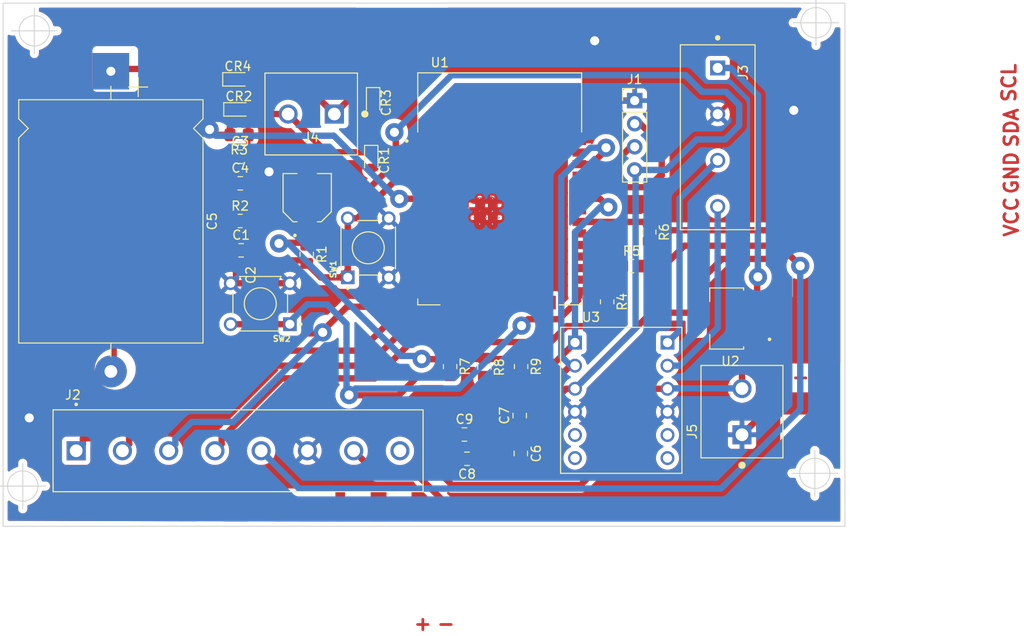
<source format=kicad_pcb>
(kicad_pcb (version 20211014) (generator pcbnew)
  (layers (0 "F.Cu" signal) (31 "B.Cu" signal) (34 "B.Paste" user) (35 "F.Paste" user) (36 "B.SilkS" user "B.Silkscreen") (37 "F.SilkS" user "F.Silkscreen") (38 "B.Mask" user) (39 "F.Mask" user) (44 "Edge.Cuts" user))
  (net 0 "")
  (net 1 "GND")
  (net 2 "Net-(C1-Pad2)")
  (net 3 "Net-(C5-Pad1)")
  (net 4 "Net-(C5-Pad2)")
  (net 5 "Net-(CR1-Pad1)")
  (net 6 "Net-(CR3-Pad1)")
  (net 7 "Net-(J1-Pad2)")
  (net 8 "Net-(J1-Pad3)")
  (net 9 "Net-(J2-Pad1)")
  (net 10 "Net-(J2-Pad2)")
  (net 11 "Net-(J2-Pad3)")
  (net 12 "Net-(J2-Pad4)")
  (net 13 "Net-(J2-Pad5)")
  (net 14 "Net-(J2-Pad7)")
  (net 16 "Net-(J3-Pad3)")
  (net 17 "Net-(J3-Pad4)")
  (net 18 "Net-(R8-Pad2)")
  (net 40 "+3V3")
  (net 41 "Net-(R7-Pad2)")
  (net 42 "Net-(R4-Pad1)")
  (net 43 "Net-(R5-Pad1)")
  (net 44 "Net-(R6-Pad1)")
  (net 45 "Net-(C2-Pad1)")
  (net 46 "Net-(C8-Pad2)")
  (net 47 "Net-(R9-Pad2)")
  (footprint "Diode_SMD:D_0603_1608Metric_Pad1.05x0.95mm_HandSolder" (layer "F.Cu") (at 160.8328 44.7294 -90)
    (fp_text reference "CR1")
    (fp_text value "1N4148W-TP")
  )
  (footprint "282837-4:TE_282837-4" (layer "F.Cu") (at 198.882 34.5605 -90)
    (fp_text reference "J3")
    (fp_text value "282837-4")
  )
  (footprint "Resistor_SMD:R_0805_2012Metric_Pad1.20x1.40mm_HandSolder" (layer "F.Cu") (at 173.2534 67.4624 -90)
    (fp_text reference "R8")
    (fp_text value "10k")
  )
  (footprint "libraries:SOT229P700X180-4N" (layer "F.Cu") (at 199.8726 62.103 180)
    (fp_text reference "U2")
    (fp_text value "AMS1117")
  )
  (footprint "Resistor_SMD:R_0805_2012Metric_Pad1.20x1.40mm_HandSolder" (layer "F.Cu") (at 191.3636 52.6034 -90)
    (fp_text reference "R6")
    (fp_text value "82")
  )
  (footprint "Capacitor_SMD:C_0805_2012Metric_Pad1.18x1.45mm_HandSolder" (layer "F.Cu") (at 171.069 74.8538)
    (fp_text reference "C9")
    (fp_text value "4.7u")
  )
  (footprint "libraries:CAP_EEE0JA101WR" (layer "F.Cu") (at 153.797 48.8188 90)
    (fp_text reference "C2")
    (fp_text value "220u")
  )
  (footprint "Capacitor_THT:CP_Axial_L26.5mm_D20.0mm_P33.00mm_Horizontal" (layer "F.Cu") (at 132.2324 34.925 -90)
    (fp_text reference "C5")
    (fp_text value "1000µ")
  )
  (footprint "libraries:TE_282841-2" (layer "F.Cu") (at 154.2385 39.624 180)
    (fp_text reference "J4")
    (fp_text value "282841-2")
  )
  (footprint "Diode_SMD:D_0603_1608Metric_Pad1.05x0.95mm_HandSolder" (layer "F.Cu") (at 146.177 35.814)
    (fp_text reference "CR4")
    (fp_text value "1N4148W-TP")
  )
  (footprint "BOB-12009:CONV_BOB-12009" (layer "F.Cu") (at 188.2902 71.0946)
    (fp_text reference "U3")
    (fp_text value "BOB-12009")
  )
  (footprint "Capacitor_SMD:C_0805_2012Metric_Pad1.18x1.45mm_HandSolder" (layer "F.Cu") (at 146.447 44.323)
    (fp_text reference "C3")
    (fp_text value "22u")
  )
  (footprint "libraries:TE_282841-2" (layer "F.Cu") (at 201.549 72.3392 90)
    (fp_text reference "J5")
    (fp_text value "282841-2")
  )
  (footprint "Capacitor_SMD:C_0805_2012Metric_Pad1.18x1.45mm_HandSolder" (layer "F.Cu") (at 146.5365 54.61)
    (fp_text reference "C1")
    (fp_text value "1u")
  )
  (footprint "Capacitor_SMD:C_0805_2012Metric_Pad1.18x1.45mm_HandSolder" (layer "F.Cu") (at 177.1396 72.771 90)
    (fp_text reference "C7")
    (fp_text value "4.7u")
  )
  (footprint "Capacitor_SMD:C_0805_2012Metric_Pad1.18x1.45mm_HandSolder" (layer "F.Cu") (at 171.3484 77.5208 180)
    (fp_text reference "C8")
    (fp_text value "0.1u")
  )
  (footprint "Resistor_SMD:R_0805_2012Metric_Pad1.20x1.40mm_HandSolder" (layer "F.Cu") (at 153.7462 55.0418 -90)
    (fp_text reference "R1")
    (fp_text value "10k")
  )
  (footprint "Resistor_SMD:R_0805_2012Metric_Pad1.20x1.40mm_HandSolder" (layer "F.Cu") (at 169.4942 67.3862 -90)
    (fp_text reference "R7")
    (fp_text value "10k")
  )
  (footprint "Capacitor_SMD:C_0805_2012Metric_Pad1.18x1.45mm_HandSolder" (layer "F.Cu") (at 146.447 47.244)
    (fp_text reference "C4")
    (fp_text value "0.1u")
  )
  (footprint "Resistor_SMD:R_0805_2012Metric_Pad1.20x1.40mm_HandSolder" (layer "F.Cu") (at 189.4426 56.3372)
    (fp_text reference "R5")
    (fp_text value "82")
  )
  (footprint "Resistor_SMD:R_0805_2012Metric_Pad1.20x1.40mm_HandSolder" (layer "F.Cu") (at 146.32 41.91 180)
    (fp_text reference "R3")
    (fp_text value "120")
  )
  (footprint "Diode_SMD:D_0603_1608Metric_Pad1.05x0.95mm_HandSolder" (layer "F.Cu") (at 161.036 38.3794 -90)
    (fp_text reference "CR3")
    (fp_text value "1N4148W-TP")
  )
  (footprint "libraries:SW_1825910-6-4" (layer "F.Cu") (at 148.6408 60.4774 180)
    (fp_text reference "SW2")
    (fp_text value "BOOT")
  )
  (footprint "libraries:XCVR_ESP32-WROOM-32E_(16MB)" (layer "F.Cu") (at 174.9375 47.85125)
    (fp_text reference "U1")
    (fp_text value "ESP32-WROOM-32E_(16MB)")
  )
  (footprint "Resistor_SMD:R_0805_2012Metric_Pad1.20x1.40mm_HandSolder" (layer "F.Cu") (at 186.7408 60.2648 -90)
    (fp_text reference "R4")
    (fp_text value "82")
  )
  (footprint "Resistor_SMD:R_0805_2012Metric_Pad1.20x1.40mm_HandSolder" (layer "F.Cu") (at 146.431 51.3842)
    (fp_text reference "R2")
    (fp_text value "560")
  )
  (footprint "Diode_SMD:D_0603_1608Metric_Pad1.05x0.95mm_HandSolder" (layer "F.Cu") (at 146.29 39.116)
    (fp_text reference "CR2")
    (fp_text value "1N4148W-TP")
  )
  (footprint "Capacitor_SMD:C_0805_2012Metric_Pad1.18x1.45mm_HandSolder" (layer "F.Cu") (at 177.2608 76.9366 -90)
    (fp_text reference "C6")
    (fp_text value "0.1u")
  )
  (footprint "Resistor_SMD:R_0805_2012Metric_Pad1.20x1.40mm_HandSolder" (layer "F.Cu") (at 177.292 67.3862 -90)
    (fp_text reference "R9")
    (fp_text value "10k")
  )
  (footprint "libraries:TE_282841-8" (layer "F.Cu") (at 146.2024 76.6403)
    (fp_text reference "J2")
    (fp_text value "R pinnen RGB strips")
  )
  (footprint "Connector_PinHeader_2.54mm:PinHeader_1x04_P2.54mm_Vertical" (layer "F.Cu") (at 189.7634 38.1508)
    (fp_text reference "J1")
    (fp_text value "Conn_01x04_Female")
  )
  (footprint "libraries:SW_1825910-6-4" (layer "F.Cu") (at 160.5026 54.3306 90)
    (fp_text reference "SW1")
    (fp_text value "ENABLE")
  )
  (gr_rect (start 120.396 27.432) (end 212.852 84.9376) (layer "Edge.Cuts") (width 0.1) (fill none))
  (gr_text "VCC" (at 231.14 50.927 90) (layer "F.Cu") (effects (font (size 1.5 1.5) (thickness 0.3))))
  (gr_text "dynamo" (at 164.211 29.845) (layer "F.Cu") (effects (font (size 1.5 1.5) (thickness 0.3))))
  (gr_text "GND" (at 153.9494 82.7278) (layer "F.Cu") (effects (font (size 1.5 1.5) (thickness 0.3))))
  (gr_text "B" (at 148.7932 82.55) (layer "F.Cu") (effects (font (size 1.5 1.5) (thickness 0.3))))
  (gr_text "-\n" (at 128.6256 35.2298) (layer "F.Cu") (effects (font (size 1.5 1.5) (thickness 0.3)) (justify mirror)))
  (gr_text "GND" (at 231.14 46.101 90) (layer "F.Cu") (effects (font (size 1.5 1.5) (thickness 0.3))))
  (gr_text "Fiets" (at 209.804 46.7106 90) (layer "F.Cu") (effects (font (size 1.5 1.5) (thickness 0.3))))
  (gr_text "R" (at 159.3596 82.7278) (layer "F.Cu") (effects (font (size 1.5 1.5) (thickness 0.3))))
  (gr_text "SCL" (at 230.886 36.195 90) (layer "F.Cu") (effects (font (size 1.5 1.5) (thickness 0.3))))
  (gr_text "+" (at 127.5334 67.564) (layer "F.Cu") (effects (font (size 1.5 1.5) (thickness 0.3)) (justify mirror)))
  (gr_text "+\n\n" (at 209.0928 68.6308 90) (layer "F.Cu") (effects (font (size 1.5 1.5) (thickness 0.3))))
  (gr_text "G" (at 143.129 82.4738) (layer "F.Cu") (effects (font (size 1.5 1.5) (thickness 0.3))))
  (gr_text "SDA" (at 231.14 41.148 90) (layer "F.Cu") (effects (font (size 1.5 1.5) (thickness 0.3))))
  (gr_text "X" (at 163.8808 82.7278) (layer "F.Cu") (effects (font (size 1.5 1.5) (thickness 0.3)) (justify mirror)))
  (gr_text "-\n" (at 169.037 95.631) (layer "F.Cu") (effects (font (size 1.5 1.5) (thickness 0.3))))
  (gr_text "-\n" (at 207.6958 74.2442 90) (layer "F.Cu") (effects (font (size 1.5 1.5) (thickness 0.3))))
  (gr_text "+" (at 166.497 95.631) (layer "F.Cu") (effects (font (size 1.5 1.5) (thickness 0.3))))
  (target plus (at 209.677 29.591) (size 5) (width 0.1) (layer "Edge.Cuts"))
  (target plus (at 123.825 30.48) (size 5) (width 0.1) (layer "Edge.Cuts"))
  (target plus (at 122.555 80.518) (size 5) (width 0.1) (layer "Edge.Cuts"))
  (target plus (at 209.55 79.121) (size 5) (width 0.1) (layer "Edge.Cuts"))
  (segment (start 173.480261 48.261739) (end 172.468463 48.261739) (width 0.7) (layer "F.Cu") (net 1))
  (segment (start 171.387989 51.280287) (end 171.387989 50.742213) (width 0.7) (layer "F.Cu") (net 1))
  (segment (start 172.847 52.451) (end 172.847 50.927) (width 0.7) (layer "F.Cu") (net 1))
  (segment (start 183.2102 72.3646) (end 183.2102 72.4154) (width 0.7) (layer "F.Cu") (net 1))
  (segment (start 171.387989 50.742213) (end 171.186979 50.541203) (width 0.7) (layer "F.Cu") (net 1))
  (segment (start 174.8375 51.71125) (end 174.8375 52.000509) (width 0.7) (layer "F.Cu") (net 1))
  (segment (start 174.387009 52.451) (end 173.887991 52.451) (width 0.7) (layer "F.Cu") (net 1))
  (segment (start 171.387989 50.8) (end 171.387989 50.742213) (width 0.7) (layer "F.Cu") (net 1))
  (segment (start 172.0375 47.292702) (end 167.336048 42.59125) (width 0.7) (layer "F.Cu") (net 1))
  (segment (start 171.186979 50.541203) (end 171.186979 49.258952) (width 0.7) (layer "F.Cu") (net 1))
  (segment (start 174.787011 48.895) (end 174.787012 48.895) (width 0.7) (layer "F.Cu") (net 1))
  (segment (start 173.4375 48.692702) (end 173.4375 48.760729) (width 0.7) (layer "F.Cu") (net 1))
  (segment (start 147.431 52.678) (end 145.499 54.61) (width 0.7) (layer "F.Cu") (net 1))
  (segment (start 172.6653 77.8002) (end 172.3859 77.5208) (width 0.7) (layer "F.Cu") (net 1))
  (segment (start 174.371 50.8) (end 174.371 49.276) (width 0.7) (layer "F.Cu") (net 1))
  (segment (start 153.797 46.6688) (end 153.7208 46.745) (width 0.7) (layer "F.Cu") (net 1))
  (segment (start 203.2176 64.393) (end 203.4208 64.5962) (width 0.7) (layer "F.Cu") (net 1))
  (segment (start 169.2225 60.35125) (end 169.2225 54.52625) (width 0.7) (layer "F.Cu") (net 1))
  (segment (start 175.537011 51.300998) (end 175.126759 51.71125) (width 0.7) (layer "F.Cu") (net 1))
  (segment (start 175.487011 49.880287) (end 175.056048 50.31125) (width 0.7) (layer "F.Cu") (net 1))
  (segment (start 171.186979 49.258952) (end 171.685202 48.760729) (width 0.7) (layer "F.Cu") (net 1))
  (segment (start 203.4208 64.5962) (end 203.4208 73.0074) (width 0.7) (layer "F.Cu") (net 1))
  (segment (start 175.537011 50.721502) (end 175.537011 51.300998) (width 0.7) (layer "F.Cu") (net 1))
  (segment (start 172.974 52.324) (end 172.974 50.8) (width 0.7) (layer "F.Cu") (net 1))
  (segment (start 172.468463 48.261739) (end 172.0375 48.692702) (width 0.7) (layer "F.Cu") (net 1))
  (segment (start 172.0375 48.692702) (end 172.0375 47.292702) (width 0.7) (layer "F.Cu") (net 1))
  (segment (start 172.0375 52.2765) (end 172.0375 51.71125) (width 0.7) (layer "F.Cu") (net 1))
  (segment (start 147.32 47.0795) (end 147.4845 47.244) (width 0.7) (layer "F.Cu") (net 1))
  (segment (start 145.3908 58.2274) (end 145.975 57.6432) (width 0.7) (layer "F.Cu") (net 1))
  (segment (start 174.371 52.197) (end 174.371 50.673) (width 0.7) (layer "F.Cu") (net 1))
  (segment (start 174.8375 48.91125) (end 174.8375 48.692702) (width 0.7) (layer "F.Cu") (net 1))
  (segment (start 173.482 49.149) (end 175.006 49.149) (width 0.7) (layer "F.Cu") (net 1))
  (segment (start 145.975 55.086) (end 145.499 54.61) (width 0.7) (layer "F.Cu") (net 1))
  (segment (start 171.676817 50.453385) (end 171.387989 50.8) (width 0.7) (layer "F.Cu") (net 1))
  (segment (start 203.4208 73.0074) (end 201.549 74.8792) (width 0.7) (layer "F.Cu") (net 1))
  (segment (start 171.818952 51.71125) (end 171.387989 51.280287) (width 0.7) (layer "F.Cu") (net 1))
  (segment (start 145.975 57.6432) (end 145.975 55.086) (width 0.7) (layer "F.Cu") (net 1))
  (segment (start 172.0375 51.71125) (end 171.818952 51.71125) (width 0.7) (layer "F.Cu") (net 1))
  (segment (start 169.2225 54.52625) (end 172.0375 51.71125) (width 0.7) (layer "F.Cu") (net 1))
  (segment (start 172.085 49.149) (end 173.609 49.149) (width 0.7) (layer "F.Cu") (net 1))
  (segment (start 172.171761 52.410761) (end 172.0375 52.2765) (width 0.7) (layer "F.Cu") (net 1))
  (segment (start 147.431 51.3842) (end 147.431 52.678) (width 0.7) (layer "F.Cu") (net 1))
  (segment (start 175.341006 48.341006) (end 181.090761 42.59125) (width 0.7) (layer "F.Cu") (net 1))
  (segment (start 174.787012 48.895) (end 175.341006 48.341006) (width 0.7) (layer "F.Cu") (net 1))
  (segment (start 171.8818 77.0167) (end 172.3859 77.5208) (width 0.7) (layer "F.Cu") (net 1))
  (segment (start 174.406537 48.261739) (end 173.480261 48.261739) (width 0.7) (layer "F.Cu") (net 1))
  (segment (start 172.1065 74.8538) (end 172.1065 74.7522) (width 0.7) (layer "F.Cu") (net 1))
  (segment (start 188.12795 38.1508) (end 183.6875 42.59125) (width 0.7) (layer "F.Cu") (net 1))
  (segment (start 177.2608 77.9741) (end 177.0869 77.8002) (width 0.7) (layer "F.Cu") (net 1))
  (segment (start 172.466 52.324) (end 172.466 50.8) (width 0.7) (layer "F.Cu") (net 1))
  (segment (start 175.126759 50.31125) (end 175.537011 50.721502) (width 0.7) (layer "F.Cu") (net 1))
  (segment (start 175.126759 51.71125) (end 174.8375 51.71125) (width 0.7) (layer "F.Cu") (net 1))
  (segment (start 173.101 50.8) (end 173.101 52.324) (width 0.7) (layer "F.Cu") (net 1))
  (segment (start 172.1065 74.8538) (end 171.8818 75.0785) (width 0.7) (layer "F.Cu") (net 1))
  (segment (start 174.8375 48.692702) (end 174.406537 48.261739) (width 0.7) (layer "F.Cu") (net 1))
  (segment (start 173.243399 48.498601) (end 173.4375 48.692702) (width 0.7) (layer "F.Cu") (net 1))
  (segment (start 173.027248 52.410761) (end 172.171761 52.410761) (width 0.7) (layer "F.Cu") (net 1))
  (segment (start 145.3908 58.2274) (end 151.8908 58.2274) (width 0.7) (layer "F.Cu") (net 1))
  (segment (start 177.6515 77.9741) (end 177.2608 77.9741) (width 0.7) (layer "F.Cu") (net 1))
  (segment (start 173.99 52.197) (end 173.99 50.673) (width 0.7) (layer "F.Cu") (net 1))
  (segment (start 173.4375 52.000509) (end 173.027248 52.410761) (width 0.7) (layer "F.Cu") (net 1))
  (segment (start 189.7634 38.1508) (end 188.12795 38.1508) (width 0.7) (layer "F.Cu") (net 1))
  (segment (start 175.341006 48.341006) (end 175.487011 48.487011) (width 0.7) (layer "F.Cu") (net 1))
  (segment (start 173.480261 48.261739) (end 173.243399 48.498601) (width 0.7) (layer "F.Cu") (net 1))
  (segment (start 175.056048 50.31125) (end 174.8375 50.31125) (width 0.7) (layer "F.Cu") (net 1))
  (segment (start 173.99 50.546) (end 173.99 49.022) (width 0.7) (layer "F.Cu") (net 1))
  (segment (start 173.887991 52.451) (end 173.4375 52.000509) (width 0.7) (layer "F.Cu") (net 1))
  (segment (start 172.974 50.927) (end 172.974 49.403) (width 0.7) (layer "F.Cu") (net 1))
  (segment (start 174.8375 50.31125) (end 175.126759 50.31125) (width 0.7) (layer "F.Cu") (net 1))
  (segment (start 174.8375 52.000509) (end 174.387009 52.451) (width 0.7) (layer "F.Cu") (net 1))
  (segment (start 171.387989 50.742213) (end 171.676817 50.453385) (width 0.7) (layer "F.Cu") (net 1))
  (segment (start 173.4375 51.71125) (end 173.4375 52.000509) (width 0.7) (layer "F.Cu") (net 1))
  (segment (start 171.8818 75.0785) (end 171.8818 77.0167) (width 0.7) (layer "F.Cu") (net 1))
  (segment (start 181.090761 42.59125) (end 183.6875 42.59125) (width 0.7) (layer "F.Cu") (net 1))
  (segment (start 175.487011 48.487011) (end 175.487011 49.880287) (width 0.7) (layer "F.Cu") (net 1))
  (segment (start 167.336048 42.59125) (end 166.1875 42.59125) (width 0.7) (layer "F.Cu") (net 1))
  (segment (start 172.593 50.927) (end 172.593 49.403) (width 0.7) (layer "F.Cu") (net 1))
  (via (at 207.2386 39.2176) (size 2) (drill 1) (layers "F.Cu" "B.Cu") (net 1))
  (via (at 185.3692 31.5722) (size 2) (drill 1) (layers "F.Cu" "B.Cu") (net 1))
  (via (at 123.2662 73.025) (size 2) (drill 1) (layers "F.Cu" "B.Cu") (net 1))
  (via (at 149.606 45.974) (size 2) (drill 1) (layers "F.Cu" "B.Cu") (net 1))
  (segment (start 201.549 74.8792) (end 201.5333 74.8635) (width 0.7) (layer "B.Cu") (net 1))
  (segment (start 158.2526 56.8092) (end 158.2526 51.0806) (width 0.7) (layer "F.Cu") (net 2))
  (segment (start 159.311845 51.0806) (end 165.261195 45.13125) (width 0.7) (layer "F.Cu") (net 2))
  (segment (start 148.6756 55.7116) (end 147.574 54.61) (width 0.7) (layer "F.Cu") (net 2))
  (segment (start 158.2526 51.0806) (end 159.311845 51.0806) (width 0.7) (layer "F.Cu") (net 2))
  (segment (start 155.285 57.5806) (end 153.7462 56.0418) (width 0.7) (layer "F.Cu") (net 2))
  (segment (start 157.4812 57.5806) (end 155.285 57.5806) (width 0.7) (layer "F.Cu") (net 2))
  (segment (start 166.1875 45.13125) (end 165.058478 45.13125) (width 0.7) (layer "F.Cu") (net 2))
  (segment (start 158.2526 57.5806) (end 157.4812 57.5806) (width 0.7) (layer "F.Cu") (net 2))
  (segment (start 165.261195 45.13125) (end 166.1875 45.13125) (width 0.7) (layer "F.Cu") (net 2))
  (segment (start 157.4812 57.5806) (end 158.2526 56.8092) (width 0.7) (layer "F.Cu") (net 2))
  (segment (start 153.7462 56.0418) (end 153.416 55.7116) (width 0.7) (layer "F.Cu") (net 2))
  (segment (start 153.416 55.7116) (end 148.6756 55.7116) (width 0.7) (layer "F.Cu") (net 2))
  (segment (start 147.701 54.737) (end 147.574 54.61) (width 0.7) (layer "F.Cu") (net 2))
  (segment (start 145.302 35.814) (end 144.159 34.671) (width 0.7) (layer "F.Cu") (net 3))
  (segment (start 143.0782 41.3258) (end 143.6624 41.91) (width 0.7) (layer "F.Cu") (net 3))
  (segment (start 145.302 41.892) (end 145.32 41.91) (width 0.7) (layer "F.Cu") (net 3))
  (segment (start 163.913505 48.953107) (end 163.925362 48.94125) (width 0.7) (layer "F.Cu") (net 3))
  (segment (start 145.302 35.814) (end 145.302 41.892) (width 0.7) (layer "F.Cu") (net 3))
  (segment (start 132.4864 34.671) (end 132.2324 34.925) (width 0.7) (layer "F.Cu") (net 3))
  (segment (start 163.925362 48.94125) (end 166.1875 48.94125) (width 0.7) (layer "F.Cu") (net 3))
  (segment (start 143.6624 41.91) (end 145.32 41.91) (width 0.7) (layer "F.Cu") (net 3))
  (segment (start 144.159 34.671) (end 132.4864 34.671) (width 0.7) (layer "F.Cu") (net 3))
  (via (at 143.0782 41.3258) (size 2) (drill 1) (layers "F.Cu" "B.Cu") (net 3))
  (via (at 163.913505 48.953107) (size 2) (drill 1) (layers "F.Cu" "B.Cu") (net 3))
  (segment (start 163.659507 48.953107) (end 163.913505 48.953107) (width 0.7) (layer "B.Cu") (net 3))
  (segment (start 143.764 42.0116) (end 156.718 42.0116) (width 0.7) (layer "B.Cu") (net 3))
  (segment (start 143.0782 41.3258) (end 143.764 42.0116) (width 0.7) (layer "B.Cu") (net 3))
  (segment (start 156.718 42.0116) (end 163.659507 48.953107) (width 0.7) (layer "B.Cu") (net 3))
  (segment (start 161.4494 42.3602) (end 162.3314 43.2422) (width 0.7) (layer "F.Cu") (net 4))
  (segment (start 161.2278 45.6044) (end 160.8328 45.6044) (width 0.7) (layer "F.Cu") (net 4))
  (segment (start 162.3314 44.5008) (end 161.2278 45.6044) (width 0.7) (layer "F.Cu") (net 4))
  (segment (start 144.3388 51.3842) (end 137.295 58.428) (width 0.7) (layer "F.Cu") (net 4))
  (segment (start 161.036 39.2544) (end 161.036 41.9468) (width 0.7) (layer "F.Cu") (net 4))
  (segment (start 161.036 41.9468) (end 161.4494 42.3602) (width 0.7) (layer "F.Cu") (net 4))
  (segment (start 160.114821 31.273091) (end 158.30573 29.464) (width 0.7) (layer "F.Cu") (net 4))
  (segment (start 163.2458 34.3154) (end 160.203491 31.273091) (width 0.7) (layer "F.Cu") (net 4))
  (segment (start 145.431 51.3842) (end 144.3388 51.3842) (width 0.7) (layer "F.Cu") (net 4))
  (segment (start 163.2458 37.0446) (end 161.036 39.2544) (width 0.7) (layer "F.Cu") (net 4))
  (segment (start 131.6482 29.464) (end 126.2888 34.8234) (width 0.7) (layer "F.Cu") (net 4))
  (segment (start 163.2458 34.3154) (end 163.2458 37.0446) (width 0.7) (layer "F.Cu") (net 4))
  (segment (start 160.203491 31.273091) (end 160.114821 31.273091) (width 0.7) (layer "F.Cu") (net 4))
  (segment (start 162.3314 43.2422) (end 162.3314 44.5008) (width 0.7) (layer "F.Cu") (net 4))
  (segment (start 132.5372 67.6202) (end 132.2324 67.925) (width 0.7) (layer "F.Cu") (net 4))
  (segment (start 132.5372 63.1858) (end 132.5372 67.6202) (width 0.7) (layer "F.Cu") (net 4))
  (segment (start 126.2888 47.4218) (end 137.295 58.428) (width 0.7) (layer "F.Cu") (net 4))
  (segment (start 137.295 58.428) (end 132.5372 63.1858) (width 0.7) (layer "F.Cu") (net 4))
  (segment (start 158.30573 29.464) (end 131.6482 29.464) (width 0.7) (layer "F.Cu") (net 4))
  (segment (start 126.2888 34.8234) (end 126.2888 47.4218) (width 0.7) (layer "F.Cu") (net 4))
  (segment (start 160.8074 43.829) (end 155.9035 43.829) (width 0.7) (layer "F.Cu") (net 5))
  (segment (start 160.8328 43.8544) (end 160.8074 43.829) (width 0.7) (layer "F.Cu") (net 5))
  (segment (start 155.9035 43.829) (end 151.6985 39.624) (width 0.7) (layer "F.Cu") (net 5))
  (segment (start 147.165 39.116) (end 147.673 39.624) (width 0.7) (layer "F.Cu") (net 5))
  (segment (start 147.673 39.624) (end 151.6985 39.624) (width 0.7) (layer "F.Cu") (net 5))
  (segment (start 152.9685 35.814) (end 147.052 35.814) (width 0.7) (layer "F.Cu") (net 6))
  (segment (start 158.8981 37.5044) (end 161.036 37.5044) (width 0.7) (layer "F.Cu") (net 6))
  (segment (start 156.7785 39.624) (end 152.9685 35.814) (width 0.7) (layer "F.Cu") (net 6))
  (segment (start 156.7785 39.624) (end 158.8981 37.5044) (width 0.7) (layer "F.Cu") (net 6))
  (segment (start 191.26655 47.67125) (end 183.6875 47.67125) (width 0.7) (layer "F.Cu") (net 7))
  (segment (start 190.373 40.6908) (end 192.7352 43.053) (width 0.7) (layer "F.Cu") (net 7))
  (segment (start 192.532 46.4058) (end 191.26655 47.67125) (width 0.7) (layer "F.Cu") (net 7))
  (segment (start 189.7634 40.6908) (end 190.373 40.6908) (width 0.7) (layer "F.Cu") (net 7))
  (segment (start 192.7352 43.053) (end 192.7352 46.3804) (width 0.7) (layer "F.Cu") (net 7))
  (segment (start 192.7098 46.4058) (end 192.532 46.4058) (width 0.7) (layer "F.Cu") (net 7))
  (segment (start 192.7352 46.3804) (end 192.7098 46.4058) (width 0.7) (layer "F.Cu") (net 7))
  (segment (start 189.3316 43.2308) (end 189.7634 43.2308) (width 0.7) (layer "F.Cu") (net 8))
  (segment (start 183.6875 46.40125) (end 186.16115 46.40125) (width 0.7) (layer "F.Cu") (net 8))
  (segment (start 186.16115 46.40125) (end 189.3316 43.2308) (width 0.7) (layer "F.Cu") (net 8))
  (segment (start 129.159 75.27075) (end 130.72325 75.27075) (width 0.7) (layer "F.Cu") (net 9))
  (segment (start 128.4224 76.6403) (end 129.159 75.9037) (width 0.7) (layer "F.Cu") (net 9))
  (segment (start 129.159 75.9037) (end 129.159 75.27075) (width 0.7) (layer "F.Cu") (net 9))
  (segment (start 130.72325 75.27075) (end 140.3604 65.6336) (width 0.7) (layer "F.Cu") (net 9))
  (segment (start 140.3604 65.6336) (end 159.65515 65.6336) (width 0.7) (layer "F.Cu") (net 9))
  (segment (start 159.65515 65.6336) (end 166.1875 59.10125) (width 0.7) (layer "F.Cu") (net 9))
  (segment (start 134.239 75.27075) (end 142.499275 67.010475) (width 0.7) (layer "F.Cu") (net 10))
  (segment (start 134.239 75.27075) (end 134.239 75.9037) (width 0.7) (layer "F.Cu") (net 10))
  (segment (start 160.4264 67.2846) (end 142.7734 67.2846) (width 0.7) (layer "F.Cu") (net 10))
  (segment (start 166.624 62.4332) (end 170.272011 62.4332) (width 0.7) (layer "F.Cu") (net 10))
  (segment (start 166.624 62.4332) (end 165.2778 62.4332) (width 0.7) (layer "F.Cu") (net 10))
  (segment (start 170.272011 62.4332) (end 170.272011 60.5282) (width 0.7) (layer "F.Cu") (net 10))
  (segment (start 134.239 75.9037) (end 133.5024 76.6403) (width 0.7) (layer "F.Cu") (net 10))
  (segment (start 142.7734 67.2846) (end 142.499275 67.010475) (width 0.7) (layer "F.Cu") (net 10))
  (segment (start 160.9344 66.7766) (end 160.4264 67.2846) (width 0.7) (layer "F.Cu") (net 10))
  (segment (start 165.2778 62.4332) (end 160.9344 66.7766) (width 0.7) (layer "F.Cu") (net 10))
  (segment (start 162.06115 60.8076) (end 162.323275 60.545475) (width 0.7) (layer "F.Cu") (net 11))
  (segment (start 165.0375 57.83125) (end 162.323275 60.545475) (width 0.7) (layer "F.Cu") (net 11))
  (segment (start 162.1536 60.71515) (end 162.1536 60.7568) (width 0.7) (layer "F.Cu") (net 11))
  (segment (start 155.4988 63.4746) (end 158.1658 60.8076) (width 0.7) (layer "F.Cu") (net 11))
  (segment (start 155.4988 63.627) (end 155.4988 63.4746) (width 0.7) (layer "F.Cu") (net 11))
  (segment (start 162.323275 60.545475) (end 162.1536 60.71515) (width 0.7) (layer "F.Cu") (net 11))
  (segment (start 166.1875 57.83125) (end 165.0375 57.83125) (width 0.7) (layer "F.Cu") (net 11))
  (segment (start 158.1658 60.8076) (end 162.06115 60.8076) (width 0.7) (layer "F.Cu") (net 11))
  (via (at 155.4988 63.627) (size 2) (drill 1) (layers "F.Cu" "B.Cu") (net 11))
  (segment (start 145.679961 73.471239) (end 141.118511 73.471239) (width 0.7) (layer "B.Cu") (net 11))
  (segment (start 155.4988 63.6524) (end 145.679961 73.471239) (width 0.7) (layer "B.Cu") (net 11))
  (segment (start 155.4988 63.627) (end 155.4988 63.6524) (width 0.7) (layer "B.Cu") (net 11))
  (segment (start 139.319 75.9037) (end 138.5824 76.6403) (width 0.7) (layer "B.Cu") (net 11))
  (segment (start 139.319 75.27075) (end 139.319 75.9037) (width 0.7) (layer "B.Cu") (net 11))
  (segment (start 141.118511 73.471239) (end 139.319 75.27075) (width 0.7) (layer "B.Cu") (net 11))
  (segment (start 144.399 75.27075) (end 150.98815 68.6816) (width 0.7) (layer "F.Cu") (net 12))
  (segment (start 180.537978 64.6938) (end 182.290578 62.9412) (width 0.7) (layer "F.Cu") (net 12))
  (segment (start 161.2138 68.6816) (end 165.2016 64.6938) (width 0.7) (layer "F.Cu") (net 12))
  (segment (start 150.98815 68.6816) (end 161.2138 68.6816) (width 0.7) (layer "F.Cu") (net 12))
  (segment (start 184.3532 62.9412) (end 186.0296 61.2648) (width 0.7) (layer "F.Cu") (net 12))
  (segment (start 165.2016 64.6938) (end 180.537978 64.6938) (width 0.7) (layer "F.Cu") (net 12))
  (segment (start 143.6624 76.6403) (end 144.399 75.9037) (width 0.7) (layer "F.Cu") (net 12))
  (segment (start 144.399 75.9037) (end 144.399 75.27075) (width 0.7) (layer "F.Cu") (net 12))
  (segment (start 186.0296 61.2648) (end 186.7408 61.2648) (width 0.7) (layer "F.Cu") (net 12))
  (segment (start 182.290578 62.9412) (end 184.3532 62.9412) (width 0.7) (layer "F.Cu") (net 12))
  (segment (start 207.9498 56.3118) (end 205.74 54.102) (width 0.7) (layer "F.Cu") (net 13))
  (segment (start 205.74 54.102) (end 195.2244 54.102) (width 0.7) (layer "F.Cu") (net 13))
  (segment (start 195.2244 54.102) (end 192.9892 56.3372) (width 0.7) (layer "F.Cu") (net 13))
  (segment (start 192.9892 56.3372) (end 190.4426 56.3372) (width 0.7) (layer "F.Cu") (net 13))
  (via (at 207.9498 56.3118) (size 2) (drill 1) (layers "F.Cu" "B.Cu") (net 13))
  (segment (start 207.9498 56.3118) (end 207.9498 72.077422) (width 0.7) (layer "B.Cu") (net 13))
  (segment (start 148.7424 76.6403) (end 152.8995 80.7974) (width 0.7) (layer "B.Cu") (net 13))
  (segment (start 152.8995 80.7974) (end 156.3116 80.7974) (width 0.7) (layer "B.Cu") (net 13))
  (segment (start 199.229822 80.7974) (end 156.3116 80.7974) (width 0.7) (layer "B.Cu") (net 13))
  (segment (start 156.3116 80.7974) (end 155.5242 80.7974) (width 0.7) (layer "B.Cu") (net 13))
  (segment (start 207.9498 72.077422) (end 199.229822 80.7974) (width 0.7) (layer "B.Cu") (net 13))
  (segment (start 210.439 54.6608) (end 208.1784 52.4002) (width 0.7) (layer "F.Cu") (net 14))
  (segment (start 158.9024 76.6403) (end 161.41682 79.15472) (width 0.7) (layer "F.Cu") (net 14))
  (segment (start 166.28198 79.561202) (end 166.315024 79.726424) (width 0.7) (layer "F.Cu") (net 14))
  (segment (start 161.41682 79.15472) (end 165.875498 79.15472) (width 0.7) (layer "F.Cu") (net 14))
  (segment (start 201.8538 83.0834) (end 210.439 74.4982) (width 0.7) (layer "F.Cu") (net 14))
  (segment (start 193.7512 52.4002) (end 192.548 53.6034) (width 0.7) (layer "F.Cu") (net 14))
  (segment (start 208.1784 52.4002) (end 193.7512 52.4002) (width 0.7) (layer "F.Cu") (net 14))
  (segment (start 210.439 74.4982) (end 210.439 54.6608) (width 0.7) (layer "F.Cu") (net 14))
  (segment (start 169.672 83.0834) (end 201.8538 83.0834) (width 0.7) (layer "F.Cu") (net 14))
  (segment (start 165.875498 79.15472) (end 166.28198 79.561202) (width 0.7) (layer "F.Cu") (net 14))
  (segment (start 192.548 53.6034) (end 191.3636 53.6034) (width 0.7) (layer "F.Cu") (net 14))
  (segment (start 166.315024 79.726424) (end 169.672 83.0834) (width 0.7) (layer "F.Cu") (net 14))
  (segment (start 198.882 44.7205) (end 194.691 48.9115) (width 0.7) (layer "B.Cu") (net 16))
  (segment (start 194.691 63.4238) (end 193.3702 64.7446) (width 0.7) (layer "B.Cu") (net 16))
  (segment (start 194.691 48.9115) (end 194.691 63.4238) (width 0.7) (layer "B.Cu") (net 16))
  (segment (start 198.882 63.119) (end 194.7164 67.2846) (width 0.7) (layer "B.Cu") (net 17))
  (segment (start 194.7164 67.2846) (end 193.3702 67.2846) (width 0.7) (layer "B.Cu") (net 17))
  (segment (start 198.882 49.8005) (end 198.882 63.119) (width 0.7) (layer "B.Cu") (net 17))
  (segment (start 186.6138 43.561) (end 185.04355 45.13125) (width 0.7) (layer "F.Cu") (net 18))
  (segment (start 182.7022 67.2846) (end 183.2102 67.2846) (width 0.7) (layer "F.Cu") (net 18))
  (segment (start 185.04355 45.13125) (end 183.6875 45.13125) (width 0.7) (layer "F.Cu") (net 18))
  (segment (start 173.5422 68.4624) (end 175.2346 70.1548) (width 0.7) (layer "F.Cu") (net 18))
  (segment (start 186.6138 43.3324) (end 186.6138 43.561) (width 0.7) (layer "F.Cu") (net 18))
  (segment (start 175.2346 70.1548) (end 179.832 70.1548) (width 0.7) (layer "F.Cu") (net 18))
  (segment (start 179.832 70.1548) (end 182.7022 67.2846) (width 0.7) (layer "F.Cu") (net 18))
  (segment (start 173.2534 68.4624) (end 173.5422 68.4624) (width 0.7) (layer "F.Cu") (net 18))
  (via (at 186.6138 43.3324) (size 2) (drill 1) (layers "F.Cu" "B.Cu") (net 18))
  (segment (start 186.6138 43.3324) (end 184.912 43.3324) (width 0.7) (layer "B.Cu") (net 18))
  (segment (start 182.727178 67.2846) (end 183.2102 67.2846) (width 0.7) (layer "B.Cu") (net 18))
  (segment (start 184.912 43.3324) (end 181.698689 46.545711) (width 0.7) (layer "B.Cu") (net 18))
  (segment (start 181.698689 66.256111) (end 182.727178 67.2846) (width 0.7) (layer "B.Cu") (net 18))
  (segment (start 181.698689 46.545711) (end 181.698689 66.256111) (width 0.7) (layer "B.Cu") (net 18))
  (segment (start 153.4762 53.7718) (end 153.7462 54.0418) (width 0.7) (layer "F.Cu") (net 40))
  (segment (start 169.656 66.548) (end 169.4942 66.3862) (width 0.7) (layer "F.Cu") (net 40))
  (segment (start 166.3954 66.5734) (end 169.307 66.5734) (width 0.7) (layer "F.Cu") (net 40))
  (segment (start 150.7744 53.7718) (end 153.4762 53.7718) (width 0.7) (layer "F.Cu") (net 40))
  (segment (start 150.6982 53.848) (end 150.7744 53.7718) (width 0.7) (layer "F.Cu") (net 40))
  (segment (start 169.307 66.5734) (end 169.4942 66.3862) (width 0.7) (layer "F.Cu") (net 40))
  (segment (start 177.292 66.3862) (end 177.1302 66.548) (width 0.7) (layer "F.Cu") (net 40))
  (segment (start 166.37 66.548) (end 166.3954 66.5734) (width 0.7) (layer "F.Cu") (net 40))
  (segment (start 177.1302 66.548) (end 169.656 66.548) (width 0.7) (layer "F.Cu") (net 40))
  (via (at 166.37 66.548) (size 2) (drill 1) (layers "F.Cu" "B.Cu") (net 40))
  (via (at 150.6982 53.848) (size 2) (drill 1) (layers "F.Cu" "B.Cu") (net 40))
  (segment (start 166.0398 66.2178) (end 164.1094 66.2178) (width 0.7) (layer "B.Cu") (net 40))
  (segment (start 164.1094 66.2178) (end 151.7396 53.848) (width 0.7) (layer "B.Cu") (net 40))
  (segment (start 151.7396 53.848) (end 150.6982 53.848) (width 0.7) (layer "B.Cu") (net 40))
  (segment (start 166.37 66.548) (end 166.0398 66.2178) (width 0.7) (layer "B.Cu") (net 40))
  (segment (start 178.054 62.1792) (end 181.45955 62.1792) (width 0.7) (layer "F.Cu") (net 41))
  (segment (start 169.3258 68.5546) (end 169.4942 68.3862) (width 0.7) (layer "F.Cu") (net 41))
  (segment (start 177.3428 62.8904) (end 178.054 62.1792) (width 0.7) (layer "F.Cu") (net 41))
  (segment (start 158.3944 70.5104) (end 158.4198 70.5358) (width 0.7) (layer "F.Cu") (net 41))
  (segment (start 165.8366 68.5546) (end 169.3258 68.5546) (width 0.7) (layer "F.Cu") (net 41))
  (segment (start 181.45955 62.1792) (end 183.6875 59.95125) (width 0.7) (layer "F.Cu") (net 41))
  (segment (start 158.4198 70.5358) (end 163.8554 70.5358) (width 0.7) (layer "F.Cu") (net 41))
  (segment (start 183.6875 59.95125) (end 183.6875 59.10125) (width 0.7) (layer "F.Cu") (net 41))
  (segment (start 163.8554 70.5358) (end 165.8366 68.5546) (width 0.7) (layer "F.Cu") (net 41))
  (segment (start 145.3908 62.7274) (end 151.8908 62.7274) (width 0.7) (layer "F.Cu") (net 41))
  (via (at 158.3944 70.5104) (size 2) (drill 1) (layers "F.Cu" "B.Cu") (net 41))
  (via (at 177.3428 62.8904) (size 2) (drill 1) (layers "F.Cu" "B.Cu") (net 41))
  (segment (start 177.3428 62.9158) (end 170.4594 69.7992) (width 0.7) (layer "B.Cu") (net 41))
  (segment (start 158.115 62.6872) (end 155.9814 60.5536) (width 0.7) (layer "B.Cu") (net 41))
  (segment (start 151.8908 62.4598) (end 151.8908 62.7274) (width 0.7) (layer "B.Cu") (net 41))
  (segment (start 153.797 60.5536) (end 151.8908 62.4598) (width 0.7) (layer "B.Cu") (net 41))
  (segment (start 155.9814 60.5536) (end 153.797 60.5536) (width 0.7) (layer "B.Cu") (net 41))
  (segment (start 158.3944 70.5104) (end 158.115 70.231) (width 0.7) (layer "B.Cu") (net 41))
  (segment (start 158.115 70.231) (end 158.115 62.6872) (width 0.7) (layer "B.Cu") (net 41))
  (segment (start 170.4594 69.7992) (end 159.1056 69.7992) (width 0.7) (layer "B.Cu") (net 41))
  (segment (start 177.3428 62.8904) (end 177.3428 62.9158) (width 0.7) (layer "B.Cu") (net 41))
  (segment (start 159.1056 69.7992) (end 158.3944 70.5104) (width 0.7) (layer "B.Cu") (net 41))
  (segment (start 186.7408 58.485528) (end 184.816522 56.56125) (width 0.7) (layer "F.Cu") (net 42))
  (segment (start 184.816522 56.56125) (end 183.6875 56.56125) (width 0.7) (layer "F.Cu") (net 42))
  (segment (start 186.7408 59.2648) (end 186.7408 58.485528) (width 0.7) (layer "F.Cu") (net 42))
  (segment (start 188.4426 56.3372) (end 187.39665 55.29125) (width 0.7) (layer "F.Cu") (net 43))
  (segment (start 187.39665 55.29125) (end 183.6875 55.29125) (width 0.7) (layer "F.Cu") (net 43))
  (segment (start 191.3636 51.6034) (end 191.24145 51.48125) (width 0.7) (layer "F.Cu") (net 44))
  (segment (start 191.24145 51.48125) (end 183.6875 51.48125) (width 0.7) (layer "F.Cu") (net 44))
  (segment (start 196.5276 58.3868) (end 199.3646 55.5498) (width 0.7) (layer "F.Cu") (net 45))
  (segment (start 150.359 51.045) (end 153.7208 51.045) (width 0.7) (layer "F.Cu") (net 45))
  (segment (start 153.7208 51.045) (end 153.797 50.9688) (width 0.7) (layer "F.Cu") (net 45))
  (segment (start 206.2734 59.563) (end 203.7334 62.103) (width 0.7) (layer "F.Cu") (net 45))
  (segment (start 155.566 49.1998) (end 153.797 50.9688) (width 0.7) (layer "F.Cu") (net 45))
  (segment (start 204.6732 55.5498) (end 206.2734 57.15) (width 0.7) (layer "F.Cu") (net 45))
  (segment (start 196.5276 62.103) (end 195.8926 61.468) (width 0.7) (layer "F.Cu") (net 45))
  (segment (start 195.8926 61.468) (end 191.5668 61.468) (width 0.7) (layer "F.Cu") (net 45))
  (segment (start 177.2608 75.8991) (end 177.2608 73.9297) (width 0.7) (layer "F.Cu") (net 45))
  (segment (start 181.925156 70.1246) (end 182.225156 69.8246) (width 0.7) (layer "F.Cu") (net 45))
  (segment (start 163.5252 41.783) (end 163.5252 44.9834) (width 0.7) (layer "F.Cu") (net 45))
  (segment (start 166.1875 43.86125) (end 164.54575 43.86125) (width 0.7) (layer "F.Cu") (net 45))
  (segment (start 163.3728 41.6306) (end 163.5252 41.783) (width 0.7) (layer "F.Cu") (net 45))
  (segment (start 206.2734 57.15) (end 206.2734 59.563) (width 0.7) (layer "F.Cu") (net 45))
  (segment (start 177.2608 73.9297) (end 177.1396 73.8085) (width 0.7) (layer "F.Cu") (net 45))
  (segment (start 153.797 52.2134) (end 153.797 50.9688) (width 0.7) (layer "F.Cu") (net 45))
  (segment (start 178.2357 73.8085) (end 181.9196 70.1246) (width 0.7) (layer "F.Cu") (net 45))
  (segment (start 177.1396 73.8085) (end 178.2357 73.8085) (width 0.7) (layer "F.Cu") (net 45))
  (segment (start 146.1262 49.2506) (end 148.5646 49.2506) (width 0.7) (layer "F.Cu") (net 45))
  (segment (start 191.5668 61.468) (end 183.2102 69.8246) (width 0.7) (layer "F.Cu") (net 45))
  (segment (start 159.2072 49.1998) (end 155.566 49.1998) (width 0.7) (layer "F.Cu") (net 45))
  (segment (start 196.5276 62.103) (end 196.5276 58.3868) (width 0.7) (layer "F.Cu") (net 45))
  (segment (start 203.7334 62.103) (end 203.2176 62.103) (width 0.7) (layer "F.Cu") (net 45))
  (segment (start 148.5646 49.2506) (end 150.359 51.045) (width 0.7) (layer "F.Cu") (net 45))
  (segment (start 145.4095 44.323) (end 145.4095 47.244) (width 0.7) (layer "F.Cu") (net 45))
  (segment (start 164.54575 43.86125) (end 159.2072 49.1998) (width 0.7) (layer "F.Cu") (net 45))
  (segment (start 181.9196 70.1246) (end 181.925156 70.1246) (width 0.7) (layer "F.Cu") (net 45))
  (segment (start 182.225156 69.8246) (end 183.2102 69.8246) (width 0.7) (layer "F.Cu") (net 45))
  (segment (start 199.3646 55.5498) (end 204.6732 55.5498) (width 0.7) (layer "F.Cu") (net 45))
  (segment (start 145.4095 48.5339) (end 146.1262 49.2506) (width 0.7) (layer "F.Cu") (net 45))
  (segment (start 145.4095 47.244) (end 145.4095 48.5339) (width 0.7) (layer "F.Cu") (net 45))
  (via (at 163.3728 41.6306) (size 2) (drill 1) (layers "F.Cu" "B.Cu") (net 45))
  (segment (start 193.2178 45.7708) (end 189.7634 45.7708) (width 0.7) (layer "B.Cu") (net 45))
  (segment (start 189.865 45.8724) (end 189.865 63.1698) (width 0.7) (layer "B.Cu") (net 45))
  (segment (start 169.6466 35.3568) (end 195.3514 35.3568) (width 0.7) (layer "B.Cu") (net 45))
  (segment (start 196.5706 42.418) (end 193.2178 45.7708) (width 0.7) (layer "B.Cu") (net 45))
  (segment (start 189.7634 45.7708) (end 189.865 45.8724) (width 0.7) (layer "B.Cu") (net 45))
  (segment (start 201.2442 40.8686) (end 199.6948 42.418) (width 0.7) (layer "B.Cu") (net 45))
  (segment (start 201.2442 38.6334) (end 201.2442 40.8686) (width 0.7) (layer "B.Cu") (net 45))
  (segment (start 199.6948 42.418) (end 196.5706 42.418) (width 0.7) (layer "B.Cu") (net 45))
  (segment (start 195.3514 35.3568) (end 197.1802 37.1856) (width 0.7) (layer "B.Cu") (net 45))
  (segment (start 199.7964 37.1856) (end 201.2442 38.6334) (width 0.7) (layer "B.Cu") (net 45))
  (segment (start 197.1802 37.1856) (end 199.7964 37.1856) (width 0.7) (layer "B.Cu") (net 45))
  (segment (start 163.3728 41.6306) (end 169.6466 35.3568) (width 0.7) (layer "B.Cu") (net 45))
  (segment (start 189.865 63.1698) (end 183.2102 69.8246) (width 0.7) (layer "B.Cu") (net 45))
  (segment (start 203.3016 57.531) (end 203.2 57.6326) (width 0.7) (layer "F.Cu") (net 46))
  (segment (start 203.2 57.6326) (end 203.2 58.4454) (width 0.7) (layer "F.Cu") (net 46))
  (segment (start 170.3109 77.5208) (end 169.9338 77.1437) (width 0.7) (layer "F.Cu") (net 46))
  (segment (start 203.3016 57.531) (end 203.2176 57.615) (width 0.7) (layer "F.Cu") (net 46))
  (segment (start 169.9338 74.9515) (end 170.0315 74.8538) (width 0.7) (layer "F.Cu") (net 46))
  (segment (start 169.672 80.391) (end 183.8452 80.391) (width 0.7) (layer "F.Cu") (net 46))
  (segment (start 191.9478 69.8246) (end 193.3702 69.8246) (width 0.7) (layer "F.Cu") (net 46))
  (segment (start 188.2394 75.9968) (end 188.2394 73.533) (width 0.7) (layer "F.Cu") (net 46))
  (segment (start 170.0315 74.8538) (end 168.402 76.4833) (width 0.7) (layer "F.Cu") (net 46))
  (segment (start 183.8452 80.391) (end 188.2394 75.9968) (width 0.7) (layer "F.Cu") (net 46))
  (segment (start 168.402 79.121) (end 169.672 80.391) (width 0.7) (layer "F.Cu") (net 46))
  (segment (start 168.402 76.4833) (end 168.402 79.121) (width 0.7) (layer "F.Cu") (net 46))
  (segment (start 188.2394 73.533) (end 191.9478 69.8246) (width 0.7) (layer "F.Cu") (net 46))
  (segment (start 169.9338 77.1437) (end 169.9338 74.9515) (width 0.7) (layer "F.Cu") (net 46))
  (segment (start 201.549 61.4816) (end 201.549 69.7992) (width 0.7) (layer "F.Cu") (net 46))
  (segment (start 203.2176 59.813) (end 201.549 61.4816) (width 0.7) (layer "F.Cu") (net 46))
  (segment (start 203.2176 57.615) (end 203.2176 59.813) (width 0.7) (layer "F.Cu") (net 46))
  (via (at 203.3016 57.531) (size 2) (drill 1) (layers "F.Cu" "B.Cu") (net 46))
  (segment (start 201.549 69.7992) (end 201.5333 69.7835) (width 0.7) (layer "B.Cu") (net 46))
  (segment (start 201.5333 69.7835) (end 193.4113 69.7835) (width 0.7) (layer "B.Cu") (net 46))
  (segment (start 203.2938 37.5588) (end 200.2955 34.5605) (width 0.7) (layer "B.Cu") (net 46))
  (segment (start 203.3016 57.531) (end 203.2938 57.5232) (width 0.7) (layer "B.Cu") (net 46))
  (segment (start 203.2938 57.5232) (end 203.2938 37.5588) (width 0.7) (layer "B.Cu") (net 46))
  (segment (start 193.4113 69.7835) (end 193.3702 69.8246) (width 0.7) (layer "B.Cu") (net 46))
  (segment (start 200.2955 34.5605) (end 198.882 34.5605) (width 0.7) (layer "B.Cu") (net 46))
  (segment (start 183.6875 48.94125) (end 185.94885 48.94125) (width 0.7) (layer "F.Cu") (net 47))
  (segment (start 179.578 68.3768) (end 177.3014 68.3768) (width 0.7) (layer "F.Cu") (net 47))
  (segment (start 185.94885 48.94125) (end 186.8678 49.8602) (width 0.7) (layer "F.Cu") (net 47))
  (segment (start 183.2102 64.7446) (end 179.578 68.3768) (width 0.7) (layer "F.Cu") (net 47))
  (segment (start 177.3014 68.3768) (end 177.292 68.3862) (width 0.7) (layer "F.Cu") (net 47))
  (via (at 186.8678 49.8602) (size 2) (drill 1) (layers "F.Cu" "B.Cu") (net 47))
  (segment (start 183.2102 52.6288) (end 183.2102 64.7446) (width 0.7) (layer "B.Cu") (net 47))
  (segment (start 185.9788 49.8602) (end 183.2102 52.6288) (width 0.7) (layer "B.Cu") (net 47))
  (segment (start 186.8678 49.8602) (end 185.9788 49.8602) (width 0.7) (layer "B.Cu") (net 47))
  (zone (net 1) (net_name "GND") (layers F&B.Cu) (connect_pads (clearance 0.508)) (min_thickness 0.254) (fill yes (thermal_gap 0.508) (thermal_bridge_width 0.508))
    (polygon (pts (xy 212.725 27.559) (xy 212.720078 84.58819) (xy 120.645078 84.33419) (xy 120.523 27.305)))
  )
)
</source>
